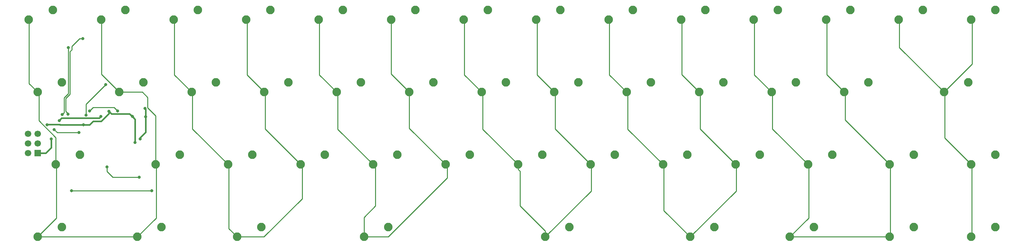
<source format=gtl>
G04 #@! TF.GenerationSoftware,KiCad,Pcbnew,5.1.10*
G04 #@! TF.CreationDate,2021-07-09T15:37:11+09:00*
G04 #@! TF.ProjectId,bakeneko40,62616b65-6e65-46b6-9f34-302e6b696361,rev?*
G04 #@! TF.SameCoordinates,Original*
G04 #@! TF.FileFunction,Copper,L1,Top*
G04 #@! TF.FilePolarity,Positive*
%FSLAX46Y46*%
G04 Gerber Fmt 4.6, Leading zero omitted, Abs format (unit mm)*
G04 Created by KiCad (PCBNEW 5.1.10) date 2021-07-09 15:37:11*
%MOMM*%
%LPD*%
G01*
G04 APERTURE LIST*
G04 #@! TA.AperFunction,ComponentPad*
%ADD10C,2.250000*%
G04 #@! TD*
G04 #@! TA.AperFunction,ComponentPad*
%ADD11R,1.700000X1.700000*%
G04 #@! TD*
G04 #@! TA.AperFunction,ComponentPad*
%ADD12C,1.700000*%
G04 #@! TD*
G04 #@! TA.AperFunction,ViaPad*
%ADD13C,0.800000*%
G04 #@! TD*
G04 #@! TA.AperFunction,Conductor*
%ADD14C,0.381000*%
G04 #@! TD*
G04 #@! TA.AperFunction,Conductor*
%ADD15C,0.254000*%
G04 #@! TD*
G04 APERTURE END LIST*
D10*
G04 #@! TO.P,MX44,2*
G04 #@! TO.N,Net-(D44-Pad2)*
X116046250Y-109220000D03*
G04 #@! TO.P,MX44,1*
G04 #@! TO.N,COL3*
X109696250Y-111760000D03*
G04 #@! TD*
G04 #@! TO.P,MX43,2*
G04 #@! TO.N,Net-(D43-Pad2)*
X82708750Y-109220000D03*
G04 #@! TO.P,MX43,1*
G04 #@! TO.N,COL2*
X76358750Y-111760000D03*
G04 #@! TD*
G04 #@! TO.P,MX16,2*
G04 #@! TO.N,Net-(D16-Pad2)*
X51752500Y-71120000D03*
G04 #@! TO.P,MX16,1*
G04 #@! TO.N,COL1*
X45402500Y-73660000D03*
G04 #@! TD*
G04 #@! TO.P,MX2,2*
G04 #@! TO.N,Net-(D2-Pad2)*
X46990000Y-52070000D03*
G04 #@! TO.P,MX2,1*
G04 #@! TO.N,COL1*
X40640000Y-54610000D03*
G04 #@! TD*
G04 #@! TO.P,MX29,2*
G04 #@! TO.N,Net-(D29-Pad2)*
X61277500Y-90170000D03*
G04 #@! TO.P,MX29,1*
G04 #@! TO.N,COL1*
X54927500Y-92710000D03*
G04 #@! TD*
G04 #@! TO.P,MX3,2*
G04 #@! TO.N,Net-(D3-Pad2)*
X66040000Y-52070000D03*
G04 #@! TO.P,MX3,1*
G04 #@! TO.N,COL2*
X59690000Y-54610000D03*
G04 #@! TD*
G04 #@! TO.P,MX45,2*
G04 #@! TO.N,Net-(D45-Pad2)*
X163671250Y-109220000D03*
G04 #@! TO.P,MX45,1*
G04 #@! TO.N,COL4*
X157321250Y-111760000D03*
G04 #@! TD*
G04 #@! TO.P,MX35,2*
G04 #@! TO.N,Net-(D35-Pad2)*
X175577500Y-90170000D03*
G04 #@! TO.P,MX35,1*
G04 #@! TO.N,COL4*
X169227500Y-92710000D03*
G04 #@! TD*
G04 #@! TO.P,MX32,2*
G04 #@! TO.N,Net-(D32-Pad2)*
X118427500Y-90170000D03*
G04 #@! TO.P,MX32,1*
G04 #@! TO.N,COL3*
X112077500Y-92710000D03*
G04 #@! TD*
G04 #@! TO.P,MX41,2*
G04 #@! TO.N,Net-(D41-Pad2)*
X30321250Y-109220000D03*
G04 #@! TO.P,MX41,1*
G04 #@! TO.N,COL1*
X23971250Y-111760000D03*
G04 #@! TD*
G04 #@! TO.P,MX49,2*
G04 #@! TO.N,Net-(D49-Pad2)*
X275590000Y-109220000D03*
G04 #@! TO.P,MX49,1*
G04 #@! TO.N,COL7*
X269240000Y-111760000D03*
G04 #@! TD*
G04 #@! TO.P,MX21,2*
G04 #@! TO.N,Net-(D21-Pad2)*
X147002500Y-71120000D03*
G04 #@! TO.P,MX21,1*
G04 #@! TO.N,COL4*
X140652500Y-73660000D03*
G04 #@! TD*
G04 #@! TO.P,MX14,2*
G04 #@! TO.N,Net-(D14-Pad2)*
X275590000Y-52070000D03*
G04 #@! TO.P,MX14,1*
G04 #@! TO.N,COL7*
X269240000Y-54610000D03*
G04 #@! TD*
G04 #@! TO.P,MX30,2*
G04 #@! TO.N,Net-(D30-Pad2)*
X80327500Y-90170000D03*
G04 #@! TO.P,MX30,1*
G04 #@! TO.N,COL2*
X73977500Y-92710000D03*
G04 #@! TD*
G04 #@! TO.P,MX42,2*
G04 #@! TO.N,Net-(D42-Pad2)*
X56515000Y-109220000D03*
G04 #@! TO.P,MX42,1*
G04 #@! TO.N,COL1*
X50165000Y-111760000D03*
G04 #@! TD*
G04 #@! TO.P,MX48,2*
G04 #@! TO.N,Net-(D48-Pad2)*
X254158750Y-109220000D03*
G04 #@! TO.P,MX48,1*
G04 #@! TO.N,COL6*
X247808750Y-111760000D03*
G04 #@! TD*
G04 #@! TO.P,MX47,2*
G04 #@! TO.N,Net-(D47-Pad2)*
X227965000Y-109220000D03*
G04 #@! TO.P,MX47,1*
G04 #@! TO.N,COL6*
X221615000Y-111760000D03*
G04 #@! TD*
G04 #@! TO.P,MX46,2*
G04 #@! TO.N,Net-(D46-Pad2)*
X201771250Y-109220000D03*
G04 #@! TO.P,MX46,1*
G04 #@! TO.N,COL5*
X195421250Y-111760000D03*
G04 #@! TD*
G04 #@! TO.P,MX40,2*
G04 #@! TO.N,Net-(D40-Pad2)*
X275590000Y-90170000D03*
G04 #@! TO.P,MX40,1*
G04 #@! TO.N,COL7*
X269240000Y-92710000D03*
G04 #@! TD*
G04 #@! TO.P,MX39,2*
G04 #@! TO.N,Net-(D39-Pad2)*
X254158750Y-90170000D03*
G04 #@! TO.P,MX39,1*
G04 #@! TO.N,COL6*
X247808750Y-92710000D03*
G04 #@! TD*
G04 #@! TO.P,MX38,2*
G04 #@! TO.N,Net-(D38-Pad2)*
X232727500Y-90170000D03*
G04 #@! TO.P,MX38,1*
G04 #@! TO.N,COL6*
X226377500Y-92710000D03*
G04 #@! TD*
G04 #@! TO.P,MX37,2*
G04 #@! TO.N,Net-(D37-Pad2)*
X213677500Y-90170000D03*
G04 #@! TO.P,MX37,1*
G04 #@! TO.N,COL5*
X207327500Y-92710000D03*
G04 #@! TD*
G04 #@! TO.P,MX36,2*
G04 #@! TO.N,Net-(D36-Pad2)*
X194627500Y-90170000D03*
G04 #@! TO.P,MX36,1*
G04 #@! TO.N,COL5*
X188277500Y-92710000D03*
G04 #@! TD*
G04 #@! TO.P,MX34,2*
G04 #@! TO.N,Net-(D34-Pad2)*
X156527500Y-90170000D03*
G04 #@! TO.P,MX34,1*
G04 #@! TO.N,COL4*
X150177500Y-92710000D03*
G04 #@! TD*
G04 #@! TO.P,MX33,2*
G04 #@! TO.N,Net-(D33-Pad2)*
X137477500Y-90170000D03*
G04 #@! TO.P,MX33,1*
G04 #@! TO.N,COL3*
X131127500Y-92710000D03*
G04 #@! TD*
G04 #@! TO.P,MX31,2*
G04 #@! TO.N,Net-(D31-Pad2)*
X99377500Y-90170000D03*
G04 #@! TO.P,MX31,1*
G04 #@! TO.N,COL2*
X93027500Y-92710000D03*
G04 #@! TD*
G04 #@! TO.P,MX28,2*
G04 #@! TO.N,Net-(D28-Pad2)*
X35083750Y-90170000D03*
G04 #@! TO.P,MX28,1*
G04 #@! TO.N,COL1*
X28733750Y-92710000D03*
G04 #@! TD*
G04 #@! TO.P,MX27,2*
G04 #@! TO.N,Net-(D27-Pad2)*
X268446250Y-71120000D03*
G04 #@! TO.P,MX27,1*
G04 #@! TO.N,COL7*
X262096250Y-73660000D03*
G04 #@! TD*
G04 #@! TO.P,MX26,2*
G04 #@! TO.N,Net-(D26-Pad2)*
X242252500Y-71120000D03*
G04 #@! TO.P,MX26,1*
G04 #@! TO.N,COL6*
X235902500Y-73660000D03*
G04 #@! TD*
G04 #@! TO.P,MX25,2*
G04 #@! TO.N,Net-(D25-Pad2)*
X223202500Y-71120000D03*
G04 #@! TO.P,MX25,1*
G04 #@! TO.N,COL6*
X216852500Y-73660000D03*
G04 #@! TD*
G04 #@! TO.P,MX24,2*
G04 #@! TO.N,Net-(D24-Pad2)*
X204152500Y-71120000D03*
G04 #@! TO.P,MX24,1*
G04 #@! TO.N,COL5*
X197802500Y-73660000D03*
G04 #@! TD*
G04 #@! TO.P,MX23,2*
G04 #@! TO.N,Net-(D23-Pad2)*
X185102500Y-71120000D03*
G04 #@! TO.P,MX23,1*
G04 #@! TO.N,COL5*
X178752500Y-73660000D03*
G04 #@! TD*
G04 #@! TO.P,MX22,2*
G04 #@! TO.N,Net-(D22-Pad2)*
X166052500Y-71120000D03*
G04 #@! TO.P,MX22,1*
G04 #@! TO.N,COL4*
X159702500Y-73660000D03*
G04 #@! TD*
G04 #@! TO.P,MX20,2*
G04 #@! TO.N,Net-(D20-Pad2)*
X127952500Y-71120000D03*
G04 #@! TO.P,MX20,1*
G04 #@! TO.N,COL3*
X121602500Y-73660000D03*
G04 #@! TD*
G04 #@! TO.P,MX19,2*
G04 #@! TO.N,Net-(D19-Pad2)*
X108902500Y-71120000D03*
G04 #@! TO.P,MX19,1*
G04 #@! TO.N,COL3*
X102552500Y-73660000D03*
G04 #@! TD*
G04 #@! TO.P,MX18,2*
G04 #@! TO.N,Net-(D18-Pad2)*
X89852500Y-71120000D03*
G04 #@! TO.P,MX18,1*
G04 #@! TO.N,COL2*
X83502500Y-73660000D03*
G04 #@! TD*
G04 #@! TO.P,MX17,2*
G04 #@! TO.N,Net-(D17-Pad2)*
X70802500Y-71120000D03*
G04 #@! TO.P,MX17,1*
G04 #@! TO.N,COL2*
X64452500Y-73660000D03*
G04 #@! TD*
G04 #@! TO.P,MX15,2*
G04 #@! TO.N,Net-(D15-Pad2)*
X30321250Y-71120000D03*
G04 #@! TO.P,MX15,1*
G04 #@! TO.N,COL1*
X23971250Y-73660000D03*
G04 #@! TD*
G04 #@! TO.P,MX13,2*
G04 #@! TO.N,Net-(D13-Pad2)*
X256540000Y-52070000D03*
G04 #@! TO.P,MX13,1*
G04 #@! TO.N,COL7*
X250190000Y-54610000D03*
G04 #@! TD*
G04 #@! TO.P,MX12,2*
G04 #@! TO.N,Net-(D12-Pad2)*
X237490000Y-52070000D03*
G04 #@! TO.P,MX12,1*
G04 #@! TO.N,COL6*
X231140000Y-54610000D03*
G04 #@! TD*
G04 #@! TO.P,MX11,2*
G04 #@! TO.N,Net-(D11-Pad2)*
X218440000Y-52070000D03*
G04 #@! TO.P,MX11,1*
G04 #@! TO.N,COL6*
X212090000Y-54610000D03*
G04 #@! TD*
G04 #@! TO.P,MX10,2*
G04 #@! TO.N,Net-(D10-Pad2)*
X199390000Y-52070000D03*
G04 #@! TO.P,MX10,1*
G04 #@! TO.N,COL5*
X193040000Y-54610000D03*
G04 #@! TD*
G04 #@! TO.P,MX9,2*
G04 #@! TO.N,Net-(D9-Pad2)*
X180340000Y-52070000D03*
G04 #@! TO.P,MX9,1*
G04 #@! TO.N,COL5*
X173990000Y-54610000D03*
G04 #@! TD*
G04 #@! TO.P,MX8,2*
G04 #@! TO.N,Net-(D8-Pad2)*
X161290000Y-52070000D03*
G04 #@! TO.P,MX8,1*
G04 #@! TO.N,COL4*
X154940000Y-54610000D03*
G04 #@! TD*
G04 #@! TO.P,MX7,2*
G04 #@! TO.N,Net-(D7-Pad2)*
X142240000Y-52070000D03*
G04 #@! TO.P,MX7,1*
G04 #@! TO.N,COL4*
X135890000Y-54610000D03*
G04 #@! TD*
G04 #@! TO.P,MX6,2*
G04 #@! TO.N,Net-(D6-Pad2)*
X123190000Y-52070000D03*
G04 #@! TO.P,MX6,1*
G04 #@! TO.N,COL3*
X116840000Y-54610000D03*
G04 #@! TD*
G04 #@! TO.P,MX5,2*
G04 #@! TO.N,Net-(D5-Pad2)*
X104140000Y-52070000D03*
G04 #@! TO.P,MX5,1*
G04 #@! TO.N,COL3*
X97790000Y-54610000D03*
G04 #@! TD*
G04 #@! TO.P,MX4,2*
G04 #@! TO.N,Net-(D4-Pad2)*
X85090000Y-52070000D03*
G04 #@! TO.P,MX4,1*
G04 #@! TO.N,COL2*
X78740000Y-54610000D03*
G04 #@! TD*
G04 #@! TO.P,MX1,2*
G04 #@! TO.N,Net-(D1-Pad2)*
X27940000Y-52070000D03*
G04 #@! TO.P,MX1,1*
G04 #@! TO.N,COL1*
X21590000Y-54610000D03*
G04 #@! TD*
D11*
G04 #@! TO.P,J2,6*
G04 #@! TO.N,GND*
X23975000Y-89750000D03*
D12*
G04 #@! TO.P,J2,5*
G04 #@! TO.N,Net-(J2-Pad5)*
X21435000Y-89750000D03*
G04 #@! TO.P,J2,4*
G04 #@! TO.N,MOSI*
X23975000Y-87210000D03*
G04 #@! TO.P,J2,3*
G04 #@! TO.N,SCK*
X21435000Y-87210000D03*
G04 #@! TO.P,J2,2*
G04 #@! TO.N,+5V*
X23975000Y-84670000D03*
G04 #@! TO.P,J2,1*
G04 #@! TO.N,MISO*
X21435000Y-84670000D03*
G04 #@! TD*
D13*
G04 #@! TO.N,GND*
X40519720Y-80090000D03*
X29610000Y-81130000D03*
X27534897Y-85964897D03*
X52300000Y-80140000D03*
X50910000Y-85990000D03*
X52120000Y-77982990D03*
G04 #@! TO.N,+5V*
X26420000Y-82225000D03*
X48840000Y-80096741D03*
X42700000Y-78700000D03*
X49550000Y-86950000D03*
X36005000Y-82225000D03*
G04 #@! TO.N,ROW1*
X31970000Y-61940000D03*
X30410000Y-79530000D03*
G04 #@! TO.N,ROW2*
X35800000Y-59550000D03*
X31940000Y-79480000D03*
G04 #@! TO.N,ROW3*
X37580000Y-78580000D03*
X44930000Y-78590130D03*
G04 #@! TO.N,Net-(R1-Pad2)*
X42200000Y-93330000D03*
X50630000Y-96040000D03*
G04 #@! TO.N,ROW4*
X36700000Y-79700000D03*
X41840000Y-71660000D03*
G04 #@! TO.N,ROW5*
X53972999Y-99627001D03*
X32872999Y-99627001D03*
G04 #@! TO.N,Net-(J2-Pad5)*
X28320000Y-83550000D03*
X34790000Y-84320000D03*
G04 #@! TD*
D14*
G04 #@! TO.N,GND*
X40519720Y-80090000D02*
X40119721Y-80489999D01*
X27534897Y-85964897D02*
X27534897Y-88265103D01*
X26050000Y-89750000D02*
X23975000Y-89750000D01*
X27534897Y-88265103D02*
X26050000Y-89750000D01*
X52300000Y-84240000D02*
X52300000Y-80140000D01*
X52300000Y-84240000D02*
X50910000Y-85630000D01*
X50910000Y-85630000D02*
X50910000Y-85990000D01*
X52300000Y-78162990D02*
X52120000Y-77982990D01*
X52300000Y-80140000D02*
X52300000Y-78162990D01*
X30250503Y-80490501D02*
X30250001Y-80489999D01*
X38537827Y-80490501D02*
X30250503Y-80490501D01*
X38538329Y-80489999D02*
X38537827Y-80490501D01*
X40119721Y-80489999D02*
X38538329Y-80489999D01*
X30249499Y-80490501D02*
X29610000Y-81130000D01*
X30250503Y-80490501D02*
X30249499Y-80490501D01*
G04 #@! TO.N,+5V*
X37625000Y-82225000D02*
X36005000Y-82225000D01*
X38500000Y-81350000D02*
X37625000Y-82225000D01*
X48610000Y-79860000D02*
X48840000Y-80090000D01*
X49550000Y-80806741D02*
X48840000Y-80096741D01*
X48840000Y-80090000D02*
X48840000Y-80096741D01*
X29769441Y-82209499D02*
X26435501Y-82209499D01*
X26435501Y-82209499D02*
X26420000Y-82225000D01*
X29784942Y-82225000D02*
X29769441Y-82209499D01*
X36005000Y-82225000D02*
X29784942Y-82225000D01*
X42700000Y-79265685D02*
X40615685Y-81350000D01*
X42700000Y-78700000D02*
X42700000Y-79265685D01*
X40615685Y-81350000D02*
X38500000Y-81350000D01*
X48123890Y-79380631D02*
X48840000Y-80096741D01*
X43380631Y-79380631D02*
X48123890Y-79380631D01*
X42700000Y-78700000D02*
X43380631Y-79380631D01*
X49550000Y-86950000D02*
X49550000Y-80806741D01*
D15*
G04 #@! TO.N,ROW1*
X31970000Y-74070000D02*
X30890000Y-75150000D01*
X31970000Y-61940000D02*
X31970000Y-74070000D01*
X30890000Y-79050000D02*
X30410000Y-79530000D01*
X30890000Y-75150000D02*
X30890000Y-79050000D01*
G04 #@! TO.N,ROW2*
X31344010Y-75338056D02*
X31344010Y-78704010D01*
X32424010Y-74258056D02*
X31344010Y-75338056D01*
X32424010Y-63025990D02*
X32424010Y-74258056D01*
X32960000Y-62490000D02*
X32424010Y-63025990D01*
X32960000Y-61600000D02*
X32960000Y-62490000D01*
X35010000Y-59550000D02*
X32960000Y-61600000D01*
X35800000Y-59550000D02*
X35010000Y-59550000D01*
X31940000Y-79300000D02*
X31940000Y-79480000D01*
X31344010Y-78704010D02*
X31940000Y-79300000D01*
G04 #@! TO.N,ROW3*
X43999870Y-77660000D02*
X44930000Y-78590130D01*
X38500000Y-77660000D02*
X43999870Y-77660000D01*
X37580000Y-78580000D02*
X38500000Y-77660000D01*
G04 #@! TO.N,COL1*
X23971250Y-111760000D02*
X50165000Y-111760000D01*
X28733750Y-85614712D02*
X28733750Y-92710000D01*
X24300000Y-81180962D02*
X28733750Y-85614712D01*
X24300000Y-73988750D02*
X24300000Y-81180962D01*
X23971250Y-73660000D02*
X24300000Y-73988750D01*
X21700000Y-71388750D02*
X23971250Y-73660000D01*
X21700000Y-54720000D02*
X21700000Y-71388750D01*
X21590000Y-54610000D02*
X21700000Y-54720000D01*
X28900000Y-106831250D02*
X23971250Y-111760000D01*
X28900000Y-92876250D02*
X28900000Y-106831250D01*
X28733750Y-92710000D02*
X28900000Y-92876250D01*
X55100000Y-92882500D02*
X54927500Y-92710000D01*
X55100000Y-106825000D02*
X55100000Y-92882500D01*
X50165000Y-111760000D02*
X55100000Y-106825000D01*
X40700000Y-54670000D02*
X40640000Y-54610000D01*
X40700000Y-68957500D02*
X40700000Y-54670000D01*
X45402500Y-73660000D02*
X40700000Y-68957500D01*
X51460000Y-73660000D02*
X45402500Y-73660000D01*
X54927500Y-92710000D02*
X54927500Y-79851538D01*
X52847002Y-75047002D02*
X51460000Y-73660000D01*
X52847002Y-77771040D02*
X52847002Y-75047002D01*
X54927500Y-79851538D02*
X52847002Y-77771040D01*
G04 #@! TO.N,COL2*
X83440000Y-111760000D02*
X76358750Y-111760000D01*
X93500000Y-101700000D02*
X83440000Y-111760000D01*
X93500000Y-93182500D02*
X93500000Y-101700000D01*
X93027500Y-92710000D02*
X93500000Y-93182500D01*
X83700000Y-83382500D02*
X93027500Y-92710000D01*
X83700000Y-73857500D02*
X83700000Y-83382500D01*
X83502500Y-73660000D02*
X83700000Y-73857500D01*
X64600000Y-83332500D02*
X73977500Y-92710000D01*
X64600000Y-73807500D02*
X64600000Y-83332500D01*
X64452500Y-73660000D02*
X64600000Y-73807500D01*
X59900000Y-69107500D02*
X64452500Y-73660000D01*
X59900000Y-54820000D02*
X59900000Y-69107500D01*
X59690000Y-54610000D02*
X59900000Y-54820000D01*
X74200000Y-109601250D02*
X76358750Y-111760000D01*
X74200000Y-92932500D02*
X74200000Y-109601250D01*
X73977500Y-92710000D02*
X74200000Y-92932500D01*
X79000000Y-69157500D02*
X83502500Y-73660000D01*
X79000000Y-54870000D02*
X79000000Y-69157500D01*
X78740000Y-54610000D02*
X79000000Y-54870000D01*
G04 #@! TO.N,COL3*
X116840000Y-68897500D02*
X121602500Y-73660000D01*
X116840000Y-54610000D02*
X116840000Y-68897500D01*
X121602500Y-83185000D02*
X131127500Y-92710000D01*
X121602500Y-73660000D02*
X121602500Y-83185000D01*
X109696250Y-106603750D02*
X109696250Y-111760000D01*
X112700000Y-103600000D02*
X109696250Y-106603750D01*
X112700000Y-93332500D02*
X112700000Y-103600000D01*
X112077500Y-92710000D02*
X112700000Y-93332500D01*
X131600000Y-93182500D02*
X131127500Y-92710000D01*
X131600000Y-96220000D02*
X131600000Y-93182500D01*
X116060000Y-111760000D02*
X131600000Y-96220000D01*
X109696250Y-111760000D02*
X116060000Y-111760000D01*
X102800000Y-83432500D02*
X112077500Y-92710000D01*
X102800000Y-73907500D02*
X102800000Y-83432500D01*
X102552500Y-73660000D02*
X102800000Y-73907500D01*
X98000000Y-69107500D02*
X102552500Y-73660000D01*
X98000000Y-54820000D02*
X98000000Y-69107500D01*
X97790000Y-54610000D02*
X98000000Y-54820000D01*
G04 #@! TO.N,COL4*
X140900000Y-83432500D02*
X150177500Y-92710000D01*
X140900000Y-73907500D02*
X140900000Y-83432500D01*
X140652500Y-73660000D02*
X140900000Y-73907500D01*
X136100000Y-69107500D02*
X140652500Y-73660000D01*
X136100000Y-54820000D02*
X136100000Y-69107500D01*
X135890000Y-54610000D02*
X136100000Y-54820000D01*
X155200000Y-69157500D02*
X159702500Y-73660000D01*
X155200000Y-54870000D02*
X155200000Y-69157500D01*
X154940000Y-54610000D02*
X155200000Y-54870000D01*
X159900000Y-83382500D02*
X169227500Y-92710000D01*
X159900000Y-73857500D02*
X159900000Y-83382500D01*
X159702500Y-73660000D02*
X159900000Y-73857500D01*
X169400000Y-99681250D02*
X169400000Y-92882500D01*
X169400000Y-92882500D02*
X169227500Y-92710000D01*
X157321250Y-111760000D02*
X169400000Y-99681250D01*
X150177500Y-92710000D02*
X150177500Y-93947500D01*
X150177500Y-93947500D02*
X150740000Y-94510000D01*
X150740000Y-103587760D02*
X157321250Y-110169010D01*
X150740000Y-94510000D02*
X150740000Y-103587760D01*
X157321250Y-110169010D02*
X157321250Y-111760000D01*
G04 #@! TO.N,COL5*
X188500000Y-92932500D02*
X188500000Y-104838750D01*
X188277500Y-92710000D02*
X188500000Y-92932500D01*
X207500000Y-92882500D02*
X207327500Y-92710000D01*
X207500000Y-99681250D02*
X207500000Y-92882500D01*
X195421250Y-111760000D02*
X207500000Y-99681250D01*
X179000000Y-83432500D02*
X188277500Y-92710000D01*
X179000000Y-73907500D02*
X179000000Y-83432500D01*
X178752500Y-73660000D02*
X179000000Y-73907500D01*
X198000000Y-83382500D02*
X207327500Y-92710000D01*
X198000000Y-73857500D02*
X198000000Y-83382500D01*
X197802500Y-73660000D02*
X198000000Y-73857500D01*
X193200000Y-69057500D02*
X197802500Y-73660000D01*
X193200000Y-54770000D02*
X193200000Y-69057500D01*
X193040000Y-54610000D02*
X193200000Y-54770000D01*
X174200000Y-69107500D02*
X178752500Y-73660000D01*
X174200000Y-54820000D02*
X174200000Y-69107500D01*
X173990000Y-54610000D02*
X174200000Y-54820000D01*
X188500000Y-104838750D02*
X195421250Y-111760000D01*
G04 #@! TO.N,COL6*
X221615000Y-111760000D02*
X247808750Y-111760000D01*
X212300000Y-69107500D02*
X216852500Y-73660000D01*
X212300000Y-54820000D02*
X212300000Y-69107500D01*
X212090000Y-54610000D02*
X212300000Y-54820000D01*
X217000000Y-83332500D02*
X226377500Y-92710000D01*
X217000000Y-73807500D02*
X217000000Y-83332500D01*
X216852500Y-73660000D02*
X217000000Y-73807500D01*
X226600000Y-106775000D02*
X221615000Y-111760000D01*
X226600000Y-92932500D02*
X226600000Y-106775000D01*
X226377500Y-92710000D02*
X226600000Y-92932500D01*
X248000000Y-111568750D02*
X247808750Y-111760000D01*
X248000000Y-92901250D02*
X248000000Y-111568750D01*
X247808750Y-92710000D02*
X248000000Y-92901250D01*
X236100000Y-81001250D02*
X247808750Y-92710000D01*
X236100000Y-73857500D02*
X236100000Y-81001250D01*
X235902500Y-73660000D02*
X236100000Y-73857500D01*
X231300000Y-69057500D02*
X235902500Y-73660000D01*
X231300000Y-54770000D02*
X231300000Y-69057500D01*
X231140000Y-54610000D02*
X231300000Y-54770000D01*
G04 #@! TO.N,COL7*
X250400000Y-61963750D02*
X262096250Y-73660000D01*
X250400000Y-54820000D02*
X250400000Y-61963750D01*
X250190000Y-54610000D02*
X250400000Y-54820000D01*
X269500000Y-66256250D02*
X262096250Y-73660000D01*
X269500000Y-54870000D02*
X269500000Y-66256250D01*
X269240000Y-54610000D02*
X269500000Y-54870000D01*
X262300000Y-85770000D02*
X269240000Y-92710000D01*
X262300000Y-73863750D02*
X262300000Y-85770000D01*
X262096250Y-73660000D02*
X262300000Y-73863750D01*
X269400000Y-111600000D02*
X269240000Y-111760000D01*
X269400000Y-92870000D02*
X269400000Y-111600000D01*
X269240000Y-92710000D02*
X269400000Y-92870000D01*
G04 #@! TO.N,Net-(R1-Pad2)*
X42200000Y-93330000D02*
X42200000Y-94520000D01*
X42200000Y-94520000D02*
X43720000Y-96040000D01*
X43720000Y-96040000D02*
X50630000Y-96040000D01*
G04 #@! TO.N,ROW4*
X36700000Y-79700000D02*
X36700000Y-76800000D01*
X36700000Y-76800000D02*
X41840000Y-71660000D01*
G04 #@! TO.N,ROW5*
X32872999Y-99627001D02*
X53972999Y-99627001D01*
G04 #@! TO.N,Net-(J2-Pad5)*
X29090000Y-84320000D02*
X28320000Y-83550000D01*
X34790000Y-84320000D02*
X29090000Y-84320000D01*
G04 #@! TD*
M02*

</source>
